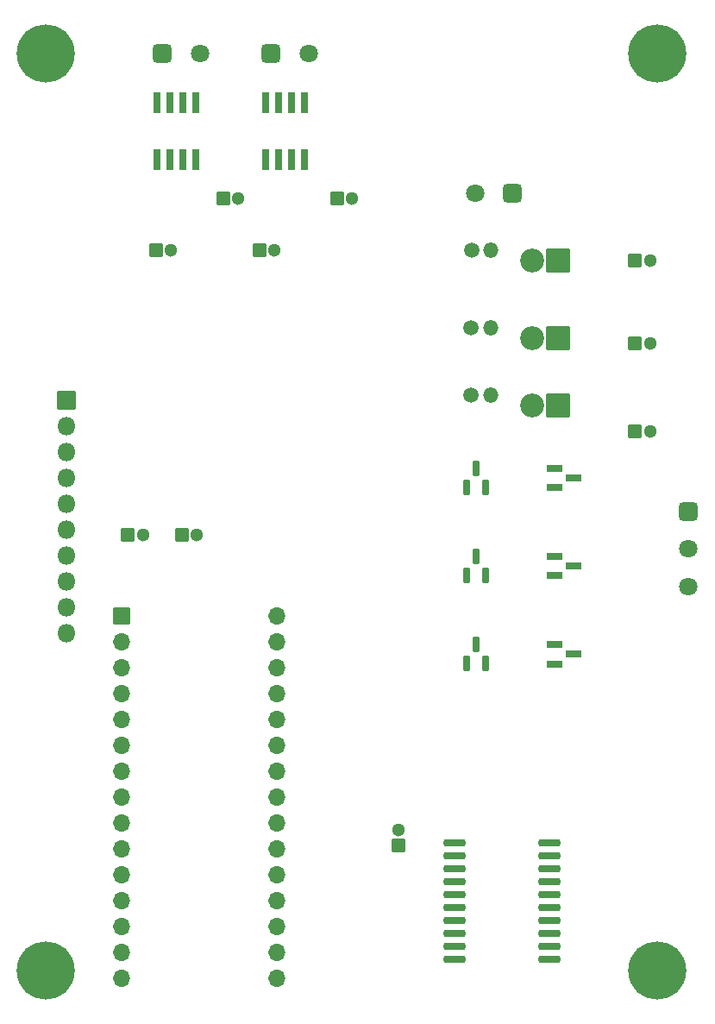
<source format=gbr>
%TF.GenerationSoftware,KiCad,Pcbnew,(7.0.0)*%
%TF.CreationDate,2023-04-05T08:28:23-04:00*%
%TF.ProjectId,BREAD_BLDC,42524541-445f-4424-9c44-432e6b696361,rev?*%
%TF.SameCoordinates,Original*%
%TF.FileFunction,Soldermask,Top*%
%TF.FilePolarity,Negative*%
%FSLAX46Y46*%
G04 Gerber Fmt 4.6, Leading zero omitted, Abs format (unit mm)*
G04 Created by KiCad (PCBNEW (7.0.0)) date 2023-04-05 08:28:23*
%MOMM*%
%LPD*%
G01*
G04 APERTURE LIST*
G04 Aperture macros list*
%AMRoundRect*
0 Rectangle with rounded corners*
0 $1 Rounding radius*
0 $2 $3 $4 $5 $6 $7 $8 $9 X,Y pos of 4 corners*
0 Add a 4 corners polygon primitive as box body*
4,1,4,$2,$3,$4,$5,$6,$7,$8,$9,$2,$3,0*
0 Add four circle primitives for the rounded corners*
1,1,$1+$1,$2,$3*
1,1,$1+$1,$4,$5*
1,1,$1+$1,$6,$7*
1,1,$1+$1,$8,$9*
0 Add four rect primitives between the rounded corners*
20,1,$1+$1,$2,$3,$4,$5,0*
20,1,$1+$1,$4,$5,$6,$7,0*
20,1,$1+$1,$6,$7,$8,$9,0*
20,1,$1+$1,$8,$9,$2,$3,0*%
G04 Aperture macros list end*
%ADD10C,5.700000*%
%ADD11RoundRect,0.050000X-0.800000X-0.800000X0.800000X-0.800000X0.800000X0.800000X-0.800000X0.800000X0*%
%ADD12O,1.700000X1.700000*%
%ADD13RoundRect,0.050000X-0.600000X-0.600000X0.600000X-0.600000X0.600000X0.600000X-0.600000X0.600000X0*%
%ADD14C,1.300000*%
%ADD15RoundRect,0.050000X-0.850000X-0.850000X0.850000X-0.850000X0.850000X0.850000X-0.850000X0.850000X0*%
%ADD16O,1.800000X1.800000*%
%ADD17RoundRect,0.200000X-0.587500X-0.150000X0.587500X-0.150000X0.587500X0.150000X-0.587500X0.150000X0*%
%ADD18RoundRect,0.050000X-0.320000X0.950000X-0.320000X-0.950000X0.320000X-0.950000X0.320000X0.950000X0*%
%ADD19RoundRect,0.050000X0.320000X-0.950000X0.320000X0.950000X-0.320000X0.950000X-0.320000X-0.950000X0*%
%ADD20RoundRect,0.300000X-0.600000X0.600000X-0.600000X-0.600000X0.600000X-0.600000X0.600000X0.600000X0*%
%ADD21C,1.800000*%
%ADD22RoundRect,0.050000X1.120000X1.120000X-1.120000X1.120000X-1.120000X-1.120000X1.120000X-1.120000X0*%
%ADD23O,2.340000X2.340000*%
%ADD24RoundRect,0.200000X0.875000X0.150000X-0.875000X0.150000X-0.875000X-0.150000X0.875000X-0.150000X0*%
%ADD25RoundRect,0.200000X0.150000X-0.587500X0.150000X0.587500X-0.150000X0.587500X-0.150000X-0.587500X0*%
%ADD26RoundRect,0.050000X0.600000X-0.600000X0.600000X0.600000X-0.600000X0.600000X-0.600000X-0.600000X0*%
%ADD27C,1.500000*%
%ADD28O,1.500000X1.500000*%
%ADD29RoundRect,0.300000X-0.600000X-0.600000X0.600000X-0.600000X0.600000X0.600000X-0.600000X0.600000X0*%
%ADD30RoundRect,0.300000X0.600000X0.600000X-0.600000X0.600000X-0.600000X-0.600000X0.600000X-0.600000X0*%
G04 APERTURE END LIST*
D10*
%TO.C,H1*%
X127600000Y-44800000D03*
%TD*%
%TO.C,H2*%
X187600000Y-44800000D03*
%TD*%
%TO.C,H3*%
X127600000Y-134800000D03*
%TD*%
%TO.C,H4*%
X187600000Y-134800000D03*
%TD*%
D11*
%TO.C,A1*%
X135000000Y-100000000D03*
D12*
X134999999Y-102539999D03*
X134999999Y-105079999D03*
X134999999Y-107619999D03*
X134999999Y-110159999D03*
X134999999Y-112699999D03*
X134999999Y-115239999D03*
X134999999Y-117779999D03*
X134999999Y-120319999D03*
X134999999Y-122859999D03*
X134999999Y-125399999D03*
X134999999Y-127939999D03*
X134999999Y-130479999D03*
X134999999Y-133019999D03*
X134999999Y-135559999D03*
X150239999Y-135559999D03*
X150239999Y-133019999D03*
X150239999Y-130479999D03*
X150239999Y-127939999D03*
X150239999Y-125399999D03*
X150239999Y-122859999D03*
X150239999Y-120319999D03*
X150239999Y-117779999D03*
X150239999Y-115239999D03*
X150239999Y-112699999D03*
X150239999Y-110159999D03*
X150239999Y-107619999D03*
X150239999Y-105079999D03*
X150239999Y-102539999D03*
X150239999Y-99999999D03*
%TD*%
D13*
%TO.C,C2*%
X140912000Y-92048000D03*
D14*
X142412000Y-92048000D03*
%TD*%
D15*
%TO.C,J1*%
X129600000Y-78800000D03*
D16*
X129599999Y-81339999D03*
X129599999Y-83879999D03*
X129599999Y-86419999D03*
X129599999Y-88959999D03*
X129599999Y-91499999D03*
X129599999Y-94039999D03*
X129599999Y-96579999D03*
X129599999Y-99119999D03*
X129599999Y-101659999D03*
%TD*%
D13*
%TO.C,C1*%
X135593401Y-92048000D03*
D14*
X137093401Y-92048000D03*
%TD*%
D17*
%TO.C,Q6*%
X177535000Y-102802000D03*
X177535000Y-104702000D03*
X179410000Y-103752000D03*
%TD*%
D13*
%TO.C,C5*%
X144976000Y-59028000D03*
D14*
X146476000Y-59028000D03*
%TD*%
D18*
%TO.C,a2*%
X142285000Y-49629000D03*
X141015000Y-49629000D03*
X139745000Y-49629000D03*
X138475000Y-49629000D03*
D19*
X138475000Y-55219000D03*
X139745000Y-55219000D03*
X141015000Y-55219000D03*
X142285000Y-55219000D03*
%TD*%
D20*
%TO.C,J5*%
X190672000Y-89728000D03*
D21*
X190672000Y-93428000D03*
X190672000Y-97128000D03*
%TD*%
D22*
%TO.C,D3*%
X177886000Y-79348000D03*
D23*
X175345999Y-79347999D03*
%TD*%
D17*
%TO.C,Q4*%
X177535000Y-94146000D03*
X177535000Y-96046000D03*
X179410000Y-95096000D03*
%TD*%
D22*
%TO.C,D2*%
X177886000Y-72744000D03*
D23*
X175345999Y-72743999D03*
%TD*%
D24*
%TO.C,U1*%
X177034000Y-133704000D03*
X177034000Y-132434000D03*
X177034000Y-131164000D03*
X177034000Y-129894000D03*
X177034000Y-128624000D03*
X177034000Y-127354000D03*
X177034000Y-126084000D03*
X177034000Y-124814000D03*
X177034000Y-123544000D03*
X177034000Y-122274000D03*
X167734000Y-122274000D03*
X167734000Y-123544000D03*
X167734000Y-124814000D03*
X167734000Y-126084000D03*
X167734000Y-127354000D03*
X167734000Y-128624000D03*
X167734000Y-129894000D03*
X167734000Y-131164000D03*
X167734000Y-132434000D03*
X167734000Y-133704000D03*
%TD*%
D25*
%TO.C,Q5*%
X168886500Y-104669500D03*
X170786500Y-104669500D03*
X169836500Y-102794500D03*
%TD*%
%TO.C,Q1*%
X168886500Y-87397500D03*
X170786500Y-87397500D03*
X169836500Y-85522500D03*
%TD*%
D13*
%TO.C,C4*%
X148532000Y-64108000D03*
D14*
X150032000Y-64108000D03*
%TD*%
D25*
%TO.C,Q3*%
X168886500Y-96033500D03*
X170786500Y-96033500D03*
X169836500Y-94158500D03*
%TD*%
D13*
%TO.C,C6*%
X156152000Y-59028000D03*
D14*
X157652000Y-59028000D03*
%TD*%
D22*
%TO.C,D1*%
X177886000Y-65124000D03*
D23*
X175345999Y-65123999D03*
%TD*%
D13*
%TO.C,C10*%
X185377401Y-81888000D03*
D14*
X186877401Y-81888000D03*
%TD*%
D26*
%TO.C,C7*%
X162224000Y-122528000D03*
D14*
X162224000Y-121028000D03*
%TD*%
D27*
%TO.C,R1*%
X169382000Y-64108000D03*
D28*
X171281999Y-64107999D03*
%TD*%
D29*
%TO.C,J3*%
X149706000Y-44804000D03*
D21*
X153406000Y-44804000D03*
%TD*%
D18*
%TO.C,b1*%
X152953000Y-49629000D03*
X151683000Y-49629000D03*
X150413000Y-49629000D03*
X149143000Y-49629000D03*
D19*
X149143000Y-55219000D03*
X150413000Y-55219000D03*
X151683000Y-55219000D03*
X152953000Y-55219000D03*
%TD*%
D30*
%TO.C,J4*%
X173400000Y-58520000D03*
D21*
X169700000Y-58520000D03*
%TD*%
D27*
%TO.C,R3*%
X169340000Y-78332000D03*
D28*
X171239999Y-78331999D03*
%TD*%
D29*
%TO.C,J2*%
X139038000Y-44804000D03*
D21*
X142738000Y-44804000D03*
%TD*%
D17*
%TO.C,Q2*%
X177535000Y-85510000D03*
X177535000Y-87410000D03*
X179410000Y-86460000D03*
%TD*%
D13*
%TO.C,C9*%
X185377401Y-73252000D03*
D14*
X186877401Y-73252000D03*
%TD*%
D27*
%TO.C,R2*%
X169340000Y-71728000D03*
D28*
X171239999Y-71727999D03*
%TD*%
D13*
%TO.C,C8*%
X185377401Y-65124000D03*
D14*
X186877401Y-65124000D03*
%TD*%
D13*
%TO.C,C3*%
X138372000Y-64108000D03*
D14*
X139872000Y-64108000D03*
%TD*%
M02*

</source>
